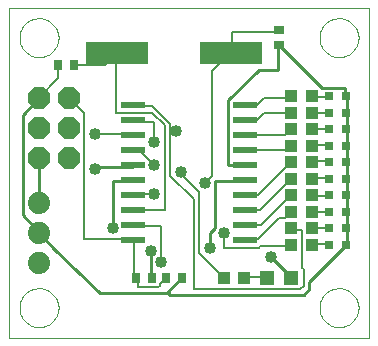
<source format=gtl>
G75*
G70*
%OFA0B0*%
%FSLAX24Y24*%
%IPPOS*%
%LPD*%
%AMOC8*
5,1,8,0,0,1.08239X$1,22.5*
%
%ADD10C,0.0000*%
%ADD11R,0.0787X0.0236*%
%ADD12R,0.0472X0.0472*%
%ADD13R,0.0315X0.0315*%
%ADD14R,0.0394X0.0433*%
%ADD15R,0.0276X0.0354*%
%ADD16R,0.2100X0.0760*%
%ADD17OC8,0.0740*%
%ADD18C,0.0740*%
%ADD19R,0.0354X0.0276*%
%ADD20C,0.0100*%
%ADD21C,0.0400*%
%ADD22C,0.0080*%
D10*
X000517Y000225D02*
X000517Y011225D01*
X012517Y011225D01*
X012517Y000225D01*
X000517Y000225D01*
X000867Y001225D02*
X000869Y001275D01*
X000875Y001325D01*
X000885Y001375D01*
X000898Y001423D01*
X000915Y001471D01*
X000936Y001517D01*
X000960Y001561D01*
X000988Y001603D01*
X001019Y001643D01*
X001053Y001680D01*
X001090Y001715D01*
X001129Y001746D01*
X001170Y001775D01*
X001214Y001800D01*
X001260Y001822D01*
X001307Y001840D01*
X001355Y001854D01*
X001404Y001865D01*
X001454Y001872D01*
X001504Y001875D01*
X001555Y001874D01*
X001605Y001869D01*
X001655Y001860D01*
X001703Y001848D01*
X001751Y001831D01*
X001797Y001811D01*
X001842Y001788D01*
X001885Y001761D01*
X001925Y001731D01*
X001963Y001698D01*
X001998Y001662D01*
X002031Y001623D01*
X002060Y001582D01*
X002086Y001539D01*
X002109Y001494D01*
X002128Y001447D01*
X002143Y001399D01*
X002155Y001350D01*
X002163Y001300D01*
X002167Y001250D01*
X002167Y001200D01*
X002163Y001150D01*
X002155Y001100D01*
X002143Y001051D01*
X002128Y001003D01*
X002109Y000956D01*
X002086Y000911D01*
X002060Y000868D01*
X002031Y000827D01*
X001998Y000788D01*
X001963Y000752D01*
X001925Y000719D01*
X001885Y000689D01*
X001842Y000662D01*
X001797Y000639D01*
X001751Y000619D01*
X001703Y000602D01*
X001655Y000590D01*
X001605Y000581D01*
X001555Y000576D01*
X001504Y000575D01*
X001454Y000578D01*
X001404Y000585D01*
X001355Y000596D01*
X001307Y000610D01*
X001260Y000628D01*
X001214Y000650D01*
X001170Y000675D01*
X001129Y000704D01*
X001090Y000735D01*
X001053Y000770D01*
X001019Y000807D01*
X000988Y000847D01*
X000960Y000889D01*
X000936Y000933D01*
X000915Y000979D01*
X000898Y001027D01*
X000885Y001075D01*
X000875Y001125D01*
X000869Y001175D01*
X000867Y001225D01*
X010867Y001225D02*
X010869Y001275D01*
X010875Y001325D01*
X010885Y001375D01*
X010898Y001423D01*
X010915Y001471D01*
X010936Y001517D01*
X010960Y001561D01*
X010988Y001603D01*
X011019Y001643D01*
X011053Y001680D01*
X011090Y001715D01*
X011129Y001746D01*
X011170Y001775D01*
X011214Y001800D01*
X011260Y001822D01*
X011307Y001840D01*
X011355Y001854D01*
X011404Y001865D01*
X011454Y001872D01*
X011504Y001875D01*
X011555Y001874D01*
X011605Y001869D01*
X011655Y001860D01*
X011703Y001848D01*
X011751Y001831D01*
X011797Y001811D01*
X011842Y001788D01*
X011885Y001761D01*
X011925Y001731D01*
X011963Y001698D01*
X011998Y001662D01*
X012031Y001623D01*
X012060Y001582D01*
X012086Y001539D01*
X012109Y001494D01*
X012128Y001447D01*
X012143Y001399D01*
X012155Y001350D01*
X012163Y001300D01*
X012167Y001250D01*
X012167Y001200D01*
X012163Y001150D01*
X012155Y001100D01*
X012143Y001051D01*
X012128Y001003D01*
X012109Y000956D01*
X012086Y000911D01*
X012060Y000868D01*
X012031Y000827D01*
X011998Y000788D01*
X011963Y000752D01*
X011925Y000719D01*
X011885Y000689D01*
X011842Y000662D01*
X011797Y000639D01*
X011751Y000619D01*
X011703Y000602D01*
X011655Y000590D01*
X011605Y000581D01*
X011555Y000576D01*
X011504Y000575D01*
X011454Y000578D01*
X011404Y000585D01*
X011355Y000596D01*
X011307Y000610D01*
X011260Y000628D01*
X011214Y000650D01*
X011170Y000675D01*
X011129Y000704D01*
X011090Y000735D01*
X011053Y000770D01*
X011019Y000807D01*
X010988Y000847D01*
X010960Y000889D01*
X010936Y000933D01*
X010915Y000979D01*
X010898Y001027D01*
X010885Y001075D01*
X010875Y001125D01*
X010869Y001175D01*
X010867Y001225D01*
X010867Y010225D02*
X010869Y010275D01*
X010875Y010325D01*
X010885Y010375D01*
X010898Y010423D01*
X010915Y010471D01*
X010936Y010517D01*
X010960Y010561D01*
X010988Y010603D01*
X011019Y010643D01*
X011053Y010680D01*
X011090Y010715D01*
X011129Y010746D01*
X011170Y010775D01*
X011214Y010800D01*
X011260Y010822D01*
X011307Y010840D01*
X011355Y010854D01*
X011404Y010865D01*
X011454Y010872D01*
X011504Y010875D01*
X011555Y010874D01*
X011605Y010869D01*
X011655Y010860D01*
X011703Y010848D01*
X011751Y010831D01*
X011797Y010811D01*
X011842Y010788D01*
X011885Y010761D01*
X011925Y010731D01*
X011963Y010698D01*
X011998Y010662D01*
X012031Y010623D01*
X012060Y010582D01*
X012086Y010539D01*
X012109Y010494D01*
X012128Y010447D01*
X012143Y010399D01*
X012155Y010350D01*
X012163Y010300D01*
X012167Y010250D01*
X012167Y010200D01*
X012163Y010150D01*
X012155Y010100D01*
X012143Y010051D01*
X012128Y010003D01*
X012109Y009956D01*
X012086Y009911D01*
X012060Y009868D01*
X012031Y009827D01*
X011998Y009788D01*
X011963Y009752D01*
X011925Y009719D01*
X011885Y009689D01*
X011842Y009662D01*
X011797Y009639D01*
X011751Y009619D01*
X011703Y009602D01*
X011655Y009590D01*
X011605Y009581D01*
X011555Y009576D01*
X011504Y009575D01*
X011454Y009578D01*
X011404Y009585D01*
X011355Y009596D01*
X011307Y009610D01*
X011260Y009628D01*
X011214Y009650D01*
X011170Y009675D01*
X011129Y009704D01*
X011090Y009735D01*
X011053Y009770D01*
X011019Y009807D01*
X010988Y009847D01*
X010960Y009889D01*
X010936Y009933D01*
X010915Y009979D01*
X010898Y010027D01*
X010885Y010075D01*
X010875Y010125D01*
X010869Y010175D01*
X010867Y010225D01*
X000867Y010225D02*
X000869Y010275D01*
X000875Y010325D01*
X000885Y010375D01*
X000898Y010423D01*
X000915Y010471D01*
X000936Y010517D01*
X000960Y010561D01*
X000988Y010603D01*
X001019Y010643D01*
X001053Y010680D01*
X001090Y010715D01*
X001129Y010746D01*
X001170Y010775D01*
X001214Y010800D01*
X001260Y010822D01*
X001307Y010840D01*
X001355Y010854D01*
X001404Y010865D01*
X001454Y010872D01*
X001504Y010875D01*
X001555Y010874D01*
X001605Y010869D01*
X001655Y010860D01*
X001703Y010848D01*
X001751Y010831D01*
X001797Y010811D01*
X001842Y010788D01*
X001885Y010761D01*
X001925Y010731D01*
X001963Y010698D01*
X001998Y010662D01*
X002031Y010623D01*
X002060Y010582D01*
X002086Y010539D01*
X002109Y010494D01*
X002128Y010447D01*
X002143Y010399D01*
X002155Y010350D01*
X002163Y010300D01*
X002167Y010250D01*
X002167Y010200D01*
X002163Y010150D01*
X002155Y010100D01*
X002143Y010051D01*
X002128Y010003D01*
X002109Y009956D01*
X002086Y009911D01*
X002060Y009868D01*
X002031Y009827D01*
X001998Y009788D01*
X001963Y009752D01*
X001925Y009719D01*
X001885Y009689D01*
X001842Y009662D01*
X001797Y009639D01*
X001751Y009619D01*
X001703Y009602D01*
X001655Y009590D01*
X001605Y009581D01*
X001555Y009576D01*
X001504Y009575D01*
X001454Y009578D01*
X001404Y009585D01*
X001355Y009596D01*
X001307Y009610D01*
X001260Y009628D01*
X001214Y009650D01*
X001170Y009675D01*
X001129Y009704D01*
X001090Y009735D01*
X001053Y009770D01*
X001019Y009807D01*
X000988Y009847D01*
X000960Y009889D01*
X000936Y009933D01*
X000915Y009979D01*
X000898Y010027D01*
X000885Y010075D01*
X000875Y010125D01*
X000869Y010175D01*
X000867Y010225D01*
D11*
X004666Y007975D03*
X004666Y007475D03*
X004666Y006975D03*
X004666Y006475D03*
X004666Y005975D03*
X004666Y005475D03*
X004666Y004975D03*
X004666Y004475D03*
X004666Y003975D03*
X004666Y003475D03*
X008367Y003475D03*
X008367Y003975D03*
X008367Y004475D03*
X008367Y004975D03*
X008367Y005475D03*
X008367Y005975D03*
X008367Y006475D03*
X008367Y006975D03*
X008367Y007475D03*
X008367Y007975D03*
D12*
X009103Y002225D03*
X009930Y002225D03*
D13*
X011171Y003325D03*
X011762Y003325D03*
X011762Y003875D03*
X011171Y003875D03*
X011171Y004425D03*
X011171Y004975D03*
X011762Y004975D03*
X011762Y004425D03*
X011762Y005525D03*
X011171Y005525D03*
X011171Y006075D03*
X011762Y006075D03*
X011762Y006625D03*
X011762Y007175D03*
X011171Y007175D03*
X011171Y006625D03*
X011171Y007725D03*
X011762Y007725D03*
X011762Y008275D03*
X011171Y008275D03*
D14*
X010601Y008275D03*
X009932Y008275D03*
X009932Y007725D03*
X010601Y007725D03*
X010601Y007175D03*
X010601Y006625D03*
X009932Y006625D03*
X009932Y007175D03*
X009932Y006075D03*
X010601Y006075D03*
X010601Y005525D03*
X009932Y005525D03*
X009932Y004975D03*
X009932Y004425D03*
X010601Y004425D03*
X010601Y004975D03*
X010601Y003875D03*
X009932Y003875D03*
X009932Y003325D03*
X010601Y003325D03*
X008351Y002225D03*
X007682Y002225D03*
D15*
X006273Y002225D03*
X005761Y002225D03*
X005273Y002225D03*
X004761Y002225D03*
X002673Y009325D03*
X002161Y009325D03*
D16*
X004117Y009725D03*
X007917Y009725D03*
D17*
X002517Y008225D03*
X001517Y008225D03*
X001517Y007225D03*
X002517Y007225D03*
X002517Y006225D03*
X001517Y006225D03*
D18*
X001517Y004725D03*
X001517Y003725D03*
X001517Y002725D03*
D19*
X009517Y009969D03*
X009517Y010481D03*
D20*
X009517Y009969D02*
X009497Y009945D01*
X009497Y009165D01*
X008837Y009165D01*
X007817Y008145D01*
X007817Y005985D01*
X008357Y005985D01*
X008367Y005975D01*
X008367Y005475D02*
X008357Y005445D01*
X007397Y005445D01*
X007397Y003885D01*
X007217Y003705D01*
X007217Y003225D01*
X006273Y002225D02*
X006257Y002205D01*
X005807Y001755D01*
X005837Y001725D01*
X005837Y001665D01*
X010337Y001665D01*
X010517Y001845D01*
X010517Y002085D01*
X011717Y003285D01*
X011762Y003325D01*
X011777Y003345D01*
X011777Y003825D01*
X011762Y003875D01*
X011777Y003885D01*
X011777Y004425D01*
X011762Y004425D01*
X011777Y004425D02*
X011777Y004965D01*
X011762Y004975D01*
X011777Y005025D01*
X011777Y005505D01*
X011762Y005525D01*
X011777Y005565D01*
X011777Y006045D01*
X011762Y006075D01*
X011777Y006105D01*
X011777Y006585D01*
X011762Y006625D01*
X011777Y006645D01*
X011777Y007125D01*
X011762Y007175D01*
X011777Y007185D01*
X011777Y007725D01*
X011762Y007725D01*
X011777Y007725D02*
X011777Y008265D01*
X011762Y008275D01*
X011717Y008325D01*
X011717Y008565D01*
X010937Y008565D01*
X009557Y009945D01*
X009517Y009969D01*
X004666Y005975D02*
X004637Y005925D01*
X003377Y005925D01*
X003377Y005865D01*
X003977Y005445D02*
X003977Y003885D01*
X005237Y003105D02*
X005237Y002265D01*
X005273Y002225D01*
X005777Y001725D02*
X005807Y001755D01*
X005777Y001725D02*
X003557Y001725D01*
X002057Y003165D01*
X001517Y003705D01*
X001517Y003725D01*
X001517Y003765D01*
X000977Y004305D01*
X000977Y007665D01*
X001517Y008205D01*
X001517Y008225D01*
X001517Y006225D02*
X001517Y004725D01*
X003977Y005445D02*
X004637Y005445D01*
X004666Y005475D01*
X009257Y002925D02*
X009917Y002265D01*
X009930Y002225D01*
D21*
X009257Y002925D03*
X007697Y003705D03*
X007217Y003225D03*
X005597Y002745D03*
X005237Y003105D03*
X003977Y003885D03*
X005357Y005025D03*
X006257Y005745D03*
X007037Y005385D03*
X005357Y005985D03*
X005357Y006765D03*
X006077Y007125D03*
X003377Y007005D03*
X003377Y005865D03*
D22*
X004666Y006475D02*
X004697Y006465D01*
X004877Y006465D01*
X005357Y005985D01*
X005897Y005625D02*
X005897Y007125D01*
X006077Y007125D01*
X005897Y007125D02*
X005897Y007365D01*
X005297Y007965D01*
X004697Y007965D01*
X004666Y007975D01*
X004666Y007475D02*
X004697Y007425D01*
X005357Y007425D01*
X005357Y006765D01*
X005717Y007305D02*
X005297Y007725D01*
X004097Y007725D01*
X004097Y009705D01*
X004117Y009725D01*
X003717Y009325D01*
X002673Y009325D01*
X002161Y009325D02*
X002161Y008869D01*
X001517Y008225D01*
X002517Y008225D02*
X003017Y007725D01*
X003017Y003525D01*
X004637Y003525D01*
X004666Y003475D01*
X004697Y003465D01*
X004697Y002325D01*
X004757Y002265D01*
X004761Y002225D01*
X004817Y002205D01*
X004817Y001905D01*
X005477Y001905D01*
X005537Y001965D01*
X005537Y002025D01*
X005717Y002205D01*
X005761Y002225D01*
X005597Y002745D02*
X005597Y003945D01*
X004697Y003945D01*
X004666Y003975D01*
X004666Y004475D02*
X004697Y004485D01*
X005717Y004485D01*
X005717Y007305D01*
X004666Y006975D02*
X004637Y007005D01*
X003377Y007005D01*
X004697Y005025D02*
X004666Y004975D01*
X004697Y005025D02*
X005357Y005025D01*
X005897Y005625D02*
X006677Y004845D01*
X006677Y001845D01*
X010217Y001845D01*
X010337Y001965D01*
X010337Y002505D01*
X010277Y002565D01*
X010277Y003825D01*
X009977Y003825D01*
X009932Y003875D01*
X009732Y004225D02*
X009517Y004225D01*
X008817Y003525D01*
X008417Y003525D01*
X008367Y003475D01*
X008837Y003225D02*
X007697Y003225D01*
X007697Y003705D01*
X008367Y003975D02*
X008932Y003975D01*
X009932Y004975D01*
X009932Y004425D02*
X009732Y004225D01*
X008882Y004475D02*
X009932Y005525D01*
X010601Y005525D02*
X010637Y005565D01*
X011117Y005565D01*
X011171Y005525D01*
X011171Y004975D02*
X011117Y004965D01*
X010637Y004965D01*
X010601Y004975D01*
X010601Y004425D02*
X011171Y004425D01*
X011117Y003885D02*
X010637Y003885D01*
X010601Y003875D01*
X011117Y003885D02*
X011171Y003875D01*
X011117Y003345D02*
X010637Y003345D01*
X010601Y003325D01*
X011117Y003345D02*
X011171Y003325D01*
X009932Y003325D02*
X009917Y003285D01*
X008897Y003285D01*
X008837Y003225D01*
X009077Y002265D02*
X008357Y002265D01*
X008351Y002225D01*
X007682Y002225D02*
X007637Y002265D01*
X006857Y003045D01*
X006857Y005085D01*
X006257Y005685D01*
X006257Y005745D01*
X007037Y005385D02*
X007277Y005625D01*
X007277Y009105D01*
X007877Y009705D01*
X007917Y009725D01*
X007937Y009765D01*
X007937Y010425D01*
X009497Y010425D01*
X009517Y010481D01*
X009932Y008275D02*
X009882Y008225D01*
X009017Y008225D01*
X008767Y007975D01*
X008367Y007975D01*
X008367Y007475D02*
X008767Y007475D01*
X009017Y007725D01*
X009932Y007725D01*
X010601Y007725D02*
X011171Y007725D01*
X011117Y007185D02*
X010637Y007185D01*
X010601Y007175D01*
X011117Y007185D02*
X011171Y007175D01*
X011117Y006645D02*
X010637Y006645D01*
X010601Y006625D01*
X011117Y006645D02*
X011171Y006625D01*
X011117Y006105D02*
X010637Y006105D01*
X010601Y006075D01*
X011117Y006105D02*
X011171Y006075D01*
X009932Y006075D02*
X008832Y004975D01*
X008367Y004975D01*
X008367Y004475D02*
X008882Y004475D01*
X008367Y006475D02*
X009782Y006475D01*
X009932Y006625D01*
X009732Y006975D02*
X009932Y007175D01*
X009732Y006975D02*
X008367Y006975D01*
X010601Y008275D02*
X010637Y008265D01*
X011117Y008265D01*
X011171Y008275D01*
X009077Y002265D02*
X009103Y002225D01*
X004117Y009725D02*
X004097Y009765D01*
M02*

</source>
